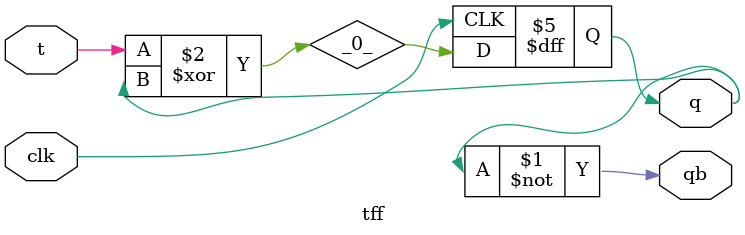
<source format=v>
/* Generated by Yosys 0.9 (git sha1 1979e0b) */

(* top =  1  *)
(* src = "rtl/tff.v:23" *)
module tff(t, clk, q, qb);
  (* src = "rtl/tff.v:28" *)
  wire _0_;
  (* src = "rtl/tff.v:24" *)
  input clk;
  (* init = 1'h0 *)
  (* src = "rtl/tff.v:25" *)
  output q;
  reg q = 1'h0;
  (* src = "rtl/tff.v:25" *)
  output qb;
  (* src = "rtl/tff.v:24" *)
  input t;
  assign qb = ~q;
  assign _0_ = t ^ q;
  (* src = "rtl/tff.v:28" *)
  always @(posedge clk)
      q <= _0_;
endmodule

</source>
